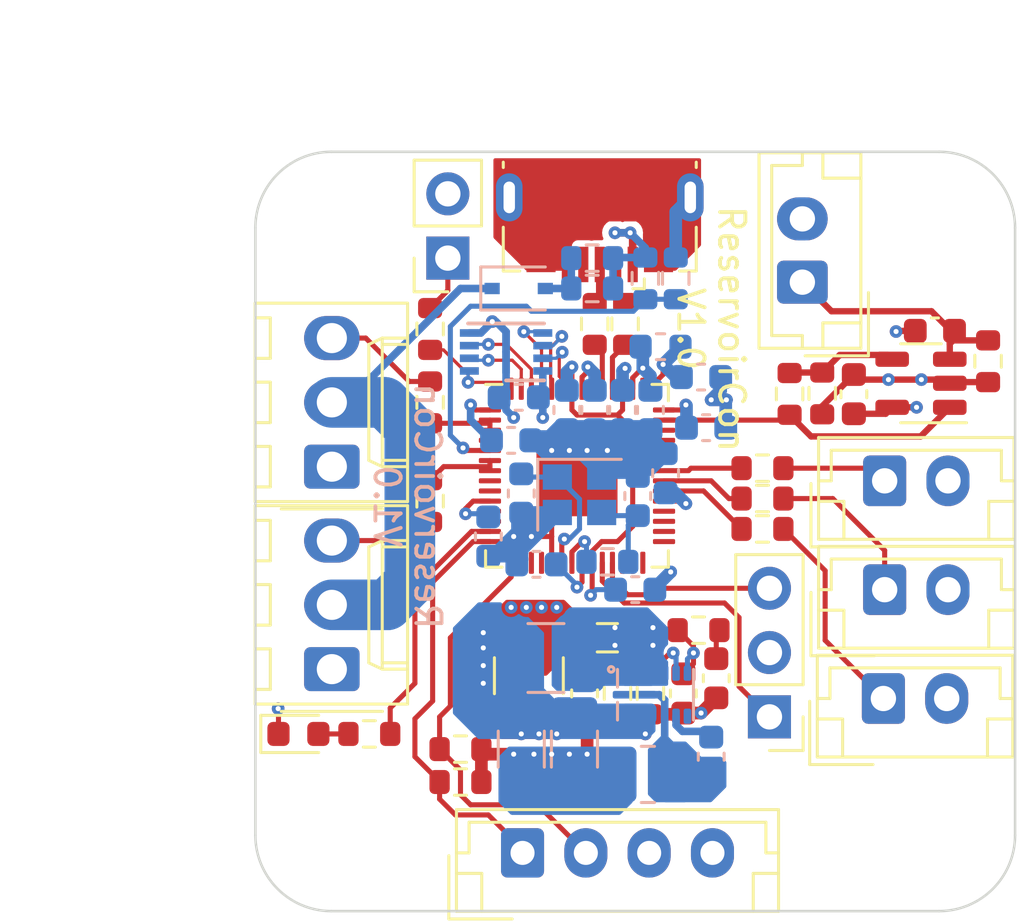
<source format=kicad_pcb>
(kicad_pcb (version 20211014) (generator pcbnew)
  (layers (0 "F.Cu" signal) (1 "In1.Cu" signal) (2 "In2.Cu" signal) (31 "B.Cu" signal) (34 "B.Paste" user) (35 "F.Paste" user) (36 "B.SilkS" user "B.Silkscreen") (37 "F.SilkS" user "F.Silkscreen") (38 "B.Mask" user) (39 "F.Mask" user) (44 "Edge.Cuts" user))
  (net 0 "")
  (net 1 "/XIN")
  (net 2 "GND")
  (net 3 "Net-(C2-Pad1)")
  (net 4 "+3V3")
  (net 5 "Net-(C4-Pad1)")
  (net 6 "+24V")
  (net 7 "Net-(C6-Pad1)")
  (net 8 "Net-(C7-Pad2)")
  (net 9 "+1V1")
  (net 10 "Net-(C12-Pad2)")
  (net 11 "Net-(C13-Pad1)")
  (net 12 "Net-(C13-Pad2)")
  (net 13 "Net-(C16-Pad2)")
  (net 14 "Net-(C18-Pad1)")
  (net 15 "Net-(D1-Pad2)")
  (net 16 "Net-(D2-Pad2)")
  (net 17 "VBUS")
  (net 18 "Net-(J1-Pad2)")
  (net 19 "Net-(J1-Pad3)")
  (net 21 "Net-(J2-Pad1)")
  (net 22 "Net-(J2-Pad3)")
  (net 23 "Net-(J3-Pad1)")
  (net 24 "Net-(J5-Pad3)")
  (net 25 "Net-(J6-Pad3)")
  (net 26 "Net-(J7-Pad1)")
  (net 27 "Net-(J8-Pad1)")
  (net 28 "/XOUT")
  (net 29 "Net-(R4-Pad2)")
  (net 30 "Net-(R5-Pad2)")
  (net 31 "/QSPI_CS")
  (net 32 "Net-(J4-Pad2)")
  (net 33 "Net-(J4-Pad1)")
  (net 34 "/UART1")
  (net 35 "/UART0")
  (net 36 "Net-(R12-Pad2)")
  (net 37 "/LeakSens")
  (net 38 "Net-(R14-Pad2)")
  (net 39 "/DIN1")
  (net 40 "/DIN2")
  (net 41 "/DIN3")
  (net 42 "/QSPI_D1")
  (net 43 "/QSPI_D2")
  (net 44 "/QSPI_D0")
  (net 45 "/QSPI_CLK")
  (net 46 "/QSPI_D3")
  (net 64 "Net-(R19-Pad2)")
  (net 67 "/LED")
  (footprint "Connector_JST:JST_EH_B2B-EH-A_1x02_P2.50mm_Vertical" (layer "F.Cu") (at 162.25 107)
    (fp_text reference "J7" hide)
    (fp_text value "Conn_01x02" hide)
  )
  (footprint "Resistor_SMD:R_0603_1608Metric" (layer "F.Cu") (at 166.33375 102.275 -90)
    (fp_text reference "R18" hide)
    (fp_text value "1M" hide)
  )
  (footprint "Resistor_SMD:R_0603_1608Metric" (layer "F.Cu") (at 145.5 118.9)
    (fp_text reference "R9" hide)
    (fp_text value "10k" hide)
  )
  (footprint "Resistor_SMD:R_0603_1608Metric" (layer "F.Cu") (at 151.7 115.4 90)
    (fp_text reference "R21" hide)
    (fp_text value "91k" hide)
  )
  (footprint "Package_DFN_QFN:QFN-56-1EP_7x7mm_P0.4mm_EP3.2x3.2mm" (layer "F.Cu") (at 150.1 106.8)
    (fp_text reference "U2" hide)
    (fp_text value "RP2040" hide)
  )
  (footprint "Connector_PinSocket_2.54mm:PinSocket_1x02_P2.54mm_Vertical" (layer "F.Cu") (at 145 98.2 180)
    (fp_text reference "J3" hide)
    (fp_text value "Conn_01x02" hide)
  )
  (footprint "Resistor_SMD:R_0603_1608Metric" (layer "F.Cu") (at 141.9 117 180)
    (fp_text reference "R7" hide)
    (fp_text value "470R" hide)
  )
  (footprint "MountingHole:MountingHole_3.2mm_M3_DIN965" (layer "F.Cu") (at 164.4 97)
    (fp_text reference "H2" hide)
    (fp_text value "MountingHole" hide)
  )
  (footprint "Connector_JST:JST_EH_B2B-EH-A_1x02_P2.50mm_Vertical" (layer "F.Cu") (at 159 99.15 90)
    (fp_text reference "J10" hide)
    (fp_text value "Conn_01x02" hide)
  )
  (footprint "MountingHole:MountingHole_3.2mm_M3_DIN965" (layer "F.Cu") (at 164.4 121)
    (fp_text reference "H1" hide)
    (fp_text value "MountingHole" hide)
  )
  (footprint "Connector_Molex:Molex_KK-254_AE-6410-03A_1x03_P2.54mm_Vertical" (layer "F.Cu") (at 140.42 114.44 90)
    (fp_text reference "J6" hide)
    (fp_text value "Conn_01x03" hide)
  )
  (footprint "Connector_JST:JST_EH_B4B-EH-A_1x04_P2.50mm_Vertical" (layer "F.Cu") (at 147.95 121.7)
    (fp_text reference "J4" hide)
    (fp_text value "Conn_01x04" hide)
  )
  (footprint "Capacitor_SMD:C_0603_1608Metric" (layer "F.Cu") (at 154.3 115.4 90)
    (fp_text reference "C16" hide)
    (fp_text value "DNP" hide)
  )
  (footprint "Resistor_SMD:R_0603_1608Metric" (layer "F.Cu") (at 153 115.4 -90)
    (fp_text reference "R22" hide)
    (fp_text value "30k" hide)
  )
  (footprint "Package_TO_SOT_SMD:SOT-23-5" (layer "F.Cu") (at 163.68375 103.145 180)
    (fp_text reference "U3" hide)
    (fp_text value "MCP6001R" hide)
  )
  (footprint "Capacitor_SMD:C_0603_1608Metric" (layer "F.Cu") (at 161.03375 103.575 -90)
    (fp_text reference "C24" hide)
    (fp_text value "100nF" hide)
  )
  (footprint "Capacitor_SMD:C_0603_1608Metric" (layer "F.Cu") (at 150.4 115.4 -90)
    (fp_text reference "C18" hide)
    (fp_text value "DNP" hide)
  )
  (footprint "Connector_Molex:Molex_KK-254_AE-6410-03A_1x03_P2.54mm_Vertical" (layer "F.Cu") (at 140.42 106.44 90)
    (fp_text reference "J5" hide)
    (fp_text value "Conn_01x03" hide)
  )
  (footprint "Connector_JST:JST_EH_B2B-EH-A_1x02_P2.50mm_Vertical" (layer "F.Cu") (at 162.25 111.3)
    (fp_text reference "J8" hide)
    (fp_text value "Conn_01x02" hide)
  )
  (footprint "Resistor_SMD:R_0603_1608Metric" (layer "F.Cu") (at 157.425 107.7)
    (fp_text reference "R16" hide)
    (fp_text value "1k" hide)
  )
  (footprint "Resistor_SMD:R_0603_1608Metric" (layer "F.Cu") (at 144.3 101 90)
    (fp_text reference "R6" hide)
    (fp_text value "1k" hide)
  )
  (footprint "MountingHole:MountingHole_3.2mm_M3_DIN965" (layer "F.Cu") (at 140.4 121)
    (fp_text reference "H3" hide)
    (fp_text value "MountingHole" hide)
  )
  (footprint "Resistor_SMD:R_0603_1608Metric" (layer "F.Cu") (at 158.49625 103.565 90)
    (fp_text reference "R14" hide)
    (fp_text value "10k" hide)
  )
  (footprint "LED_SMD:LED_0603_1608Metric" (layer "F.Cu") (at 139.1 117)
    (fp_text reference "D2" hide)
    (fp_text value "Green" hide)
  )
  (footprint "Inductor_SMD:L_0805_2012Metric" (layer "F.Cu") (at 151.3 113.2 180)
    (fp_text reference "L2" hide)
    (fp_text value "10µ" hide)
  )
  (footprint "Capacitor_SMD:C_0603_1608Metric" (layer "F.Cu") (at 155.6 114.8 90)
    (fp_text reference "C12" hide)
    (fp_text value "3.3n" hide)
  )
  (footprint "Resistor_SMD:R_0603_1608Metric" (layer "F.Cu") (at 157.425 106.5)
    (fp_text reference "R15" hide)
    (fp_text value "1k" hide)
  )
  (footprint "Resistor_SMD:R_0603_1608Metric" (layer "F.Cu") (at 144.3 107.8 90)
    (fp_text reference "R11" hide)
    (fp_text value "1k" hide)
  )
  (footprint "Resistor_SMD:R_0603_1608Metric" (layer "F.Cu") (at 159.78375 103.545 90)
    (fp_text reference "R17" hide)
    (fp_text value "1k" hide)
  )
  (footprint "Resistor_SMD:R_0603_1608Metric" (layer "F.Cu") (at 154.9 112.9)
    (fp_text reference "R20" hide)
    (fp_text value "27k" hide)
  )
  (footprint "Resistor_SMD:R_0603_1608Metric" (layer "F.Cu") (at 157.425 108.9)
    (fp_text reference "R19" hide)
    (fp_text value "1k" hide)
  )
  (footprint "Capacitor_SMD:C_0603_1608Metric" (layer "F.Cu") (at 164.23375 101.075 180)
    (fp_text reference "C6" hide)
    (fp_text value "100nF" hide)
  )
  (footprint "Connector_JST:JST_EH_B2B-EH-A_1x02_P2.50mm_Vertical" (layer "F.Cu") (at 162.2 115.6)
    (fp_text reference "J9" hide)
    (fp_text value "Conn_01x02" hide)
  )
  (footprint "Resistor_SMD:R_0603_1608Metric" (layer "F.Cu") (at 144.3 103.9 -90)
    (fp_text reference "R10" hide)
    (fp_text value "1k" hide)
  )
  (footprint "MountingHole:MountingHole_3.2mm_M3_DIN965" (layer "F.Cu") (at 140.4 97)
    (fp_text reference "H4" hide)
    (fp_text value "MountingHole" hide)
  )
  (footprint "Connector_USB:USB_Micro-B_GCT_USB3076-30-A" (layer "F.Cu") (at 151 97 180)
    (fp_text reference "J1" hide)
    (fp_text value "USB_B_Micro" hide)
  )
  (footprint "Capacitor_SMD:C_1210_3225Metric" (layer "F.Cu") (at 148.2 114.7 90)
    (fp_text reference "C5" hide)
    (fp_text value "10µ" hide)
  )
  (footprint "Resistor_SMD:R_0603_1608Metric" (layer "F.Cu") (at 150.8 100.8 -90)
    (fp_text reference "R4" hide)
    (fp_text value "27" hide)
  )
  (footprint "Resistor_SMD:R_0603_1608Metric" (layer "F.Cu") (at 152 100.8 -90)
    (fp_text reference "R5" hide)
    (fp_text value "27" hide)
  )
  (footprint "Connector_PinHeader_2.54mm:PinHeader_1x03_P2.54mm_Vertical" (layer "F.Cu") (at 157.7 116.325 180)
    (fp_text reference "J2" hide)
    (fp_text value "Conn_01x03" hide)
  )
  (footprint "Resistor_SMD:R_0603_1608Metric" (layer "F.Cu") (at 145.5 117.6)
    (fp_text reference "R8" hide)
    (fp_text value "10k" hide)
  )
  (footprint "Capacitor_SMD:C_0603_1608Metric" (layer "B.Cu") (at 152.4 111.3)
    (fp_text reference "C11" hide)
    (fp_text value "100nF" hide)
  )
  (footprint "Capacitor_SMD:C_1210_3225Metric" (layer "B.Cu") (at 148.875 114)
    (fp_text reference "C7" hide)
    (fp_text value "10µ" hide)
  )
  (footprint "Bergi:V-DFN3020-13" (layer "B.Cu") (at 153.2 115.45 -90)
    (fp_text reference "U4" hide)
    (fp_text value "AP63357Q" hide)
  )
  (footprint "Capacitor_SMD:C_0603_1608Metric" (layer "B.Cu") (at 147.9 107.5 -90)
    (fp_text reference "C1" hide)
    (fp_text value "12p" hide)
  )
  (footprint "Inductor_SMD:L_1008_2520Metric" (layer "B.Cu") (at 152.9 118.6 180)
    (fp_text reference "L3" hide)
    (fp_text value "4.7u" hide)
  )
  (footprint "Capacitor_SMD:C_1206_3216Metric" (layer "B.Cu") (at 150 117.6 -90)
    (fp_text reference "C23" hide)
    (fp_text value "22µ" hide)
  )
  (footprint "Crystal:Crystal_SMD_2520-4Pin_2.5x2.0mm" (layer "B.Cu") (at 150.2 107.55)
    (fp_text reference "Y1" hide)
    (fp_text value "12Mhz" hide)
  )
  (footprint "Capacitor_SMD:C_0603_1608Metric" (layer "B.Cu") (at 146.6 109.2 -90)
    (fp_text reference "C19" hide)
    (fp_text value "100nF" hide)
  )
  (footprint "Capacitor_SMD:C_0603_1608Metric" (layer "B.Cu") (at 147.5 105.4)
    (fp_text reference "C10" hide)
    (fp_text value "100nF" hide)
  )
  (footprint "Bergi:DFN-8-1EP_3x2mm_P0.5mm_EP0.3x1.6mm" (layer "B.Cu") (at 147.3 101.907559)
    (fp_text reference "U1" hide)
    (fp_text value "W25Q16JVUXIQ" hide)
  )
  (footprint "Capacitor_SMD:C_0603_1608Metric" (layer "B.Cu") (at 149.7 104.2 -90)
    (fp_text reference "C9" hide)
    (fp_text value "100nF" hide)
  )
  (footprint "Resistor_SMD:R_0603_1608Metric" (layer "B.Cu") (at 150.7 99.4)
    (fp_text reference "R1" hide)
    (fp_text value "20R" hide)
  )
  (footprint "Capacitor_SMD:C_0603_1608Metric" (layer "B.Cu") (at 151.9 104.2 -90)
    (fp_text reference "C15" hide)
    (fp_text value "1µF" hide)
  )
  (footprint "Capacitor_SMD:C_1206_3216Metric" (layer "B.Cu") (at 147.9 117.6 -90)
    (fp_text reference "C21" hide)
    (fp_text value "22µ" hide)
  )
  (footprint "Capacitor_SMD:C_0603_1608Metric" (layer "B.Cu") (at 155.2 104.9)
    (fp_text reference "C17" hide)
    (fp_text value "100nF" hide)
  )
  (footprint "Capacitor_SMD:C_0603_1608Metric" (layer "B.Cu") (at 148.5 110.3 180)
    (fp_text reference "C20" hide)
    (fp_text value "100nF" hide)
  )
  (footprint "Resistor_SMD:R_0603_1608Metric" (layer "B.Cu") (at 154 99 90)
    (fp_text reference "R13" hide)
    (fp_text value "10k" hide)
  )
  (footprint "Diode_SMD:D_SOD-323" (layer "B.Cu") (at 147.8 99.4)
    (fp_text reference "D1" hide)
    (fp_text value "BAT54W" hide)
  )
  (footprint "Capacitor_SMD:C_0603_1608Metric" (layer "B.Cu") (at 150.8 104.2 -90)
    (fp_text reference "C14" hide)
    (fp_text value "100nF" hide)
  )
  (footprint "Resistor_SMD:R_0603_1608Metric" (layer "B.Cu") (at 151.3 110.2)
    (fp_text reference "R3" hide)
    (fp_text value "1k" hide)
  )
  (footprint "Capacitor_SMD:C_0603_1608Metric" (layer "B.Cu") (at 153 104.2 -90)
    (fp_text reference "C22" hide)
    (fp_text value "1µF" hide)
  )
  (footprint "Capacitor_SMD:C_0603_1608Metric" (layer "B.Cu") (at 155 102.9)
    (fp_text reference "C4" hide)
    (fp_text value "1µF" hide)
  )
  (footprint "Capacitor_SMD:C_0603_1608Metric" (layer "B.Cu") (at 147.8 103.7 180)
    (fp_text reference "C3" hide)
    (fp_text value "100nF" hide)
  )
  (footprint "Capacitor_SMD:C_0603_1608Metric" (layer "B.Cu") (at 153.6 106.7 90)
    (fp_text reference "C8" hide)
    (fp_text value "100nF" hide)
  )
  (footprint "Capacitor_SMD:C_0603_1608Metric" (layer "B.Cu") (at 152.5 107.6 90)
    (fp_text reference "C2" hide)
    (fp_text value "12p" hide)
  )
  (footprint "Resistor_SMD:R_0603_1608Metric" (layer "B.Cu") (at 152.8 99 -90)
    (fp_text reference "R12" hide)
    (fp_text value "5.6k" hide)
  )
  (footprint "Capacitor_SMD:C_0603_1608Metric" (layer "B.Cu") (at 155.4 117.9 90)
    (fp_text reference "C13" hide)
    (fp_text value "100n" hide)
  )
  (footprint "Resistor_SMD:R_0603_1608Metric" (layer "B.Cu") (at 150.7 98.2)
    (fp_text reference "R2" hide)
    (fp_text value "20R" hide)
  )
  (footprint "Inductor_SMD:L_0603_1608Metric" (layer "B.Cu") (at 153.4 101.7 180)
    (fp_text reference "L1" hide)
    (fp_text value "600R" hide)
  )
  (gr_arc (start 164.4 94) (mid 166.52132 94.87868) (end 167.4 97) (layer "Edge.Cuts") (width 0.1))
  (gr_arc (start 167.4 121) (mid 166.52132 123.12132) (end 164.4 124) (layer "Edge.Cuts") (width 0.1))
  (gr_arc (start 137.4 97) (mid 138.27868 94.87868) (end 140.4 94) (layer "Edge.Cuts") (width 0.1))
  (gr_line (start 140.4 94) (end 164.4 94) (layer "Edge.Cuts") (width 0.1))
  (gr_arc (start 140.4 124) (mid 138.27868 123.12132) (end 137.4 121) (layer "Edge.Cuts") (width 0.1))
  (gr_line (start 137.4 121) (end 137.4 97) (layer "Edge.Cuts") (width 0.1))
  (gr_line (start 140.4 124) (end 164.4 124) (layer "Edge.Cuts") (width 0.1))
  (gr_line (start 167.4 121) (end 167.4 97) (layer "Edge.Cuts") (width 0.1))
  (gr_text "ReservoirCon\nV1.0" (at 143.4 108 -90) (layer "B.SilkS") (effects (font (size 1 1)) (justify mirror)))
  (gr_text "ReservoirCon\nV1.0" (at 155.4 101 270) (layer "F.SilkS") (effects (font (size 1 1))))
  (segment (start 149.5 109.4) (end 149.5 110.2375) (width 0.2) (layer "F.Cu") (net 1))
  (segment (start 149.6 109.3) (end 149.5 109.4) (width 0.2) (layer "F.Cu") (net 1))
  (via (at 149.6 109.3) (size 0.5) (drill 0.2) (layers "F.Cu" "B.Cu") (net 1))
  (segment (start 150.2 108.9) (end 150.2 107.725) (width 0.2) (layer "B.Cu") (net 1))
  (segment (start 148.025 106.85) (end 147.9 106.725) (width 0.2) (layer "B.Cu") (net 1))
  (segment (start 149.6 109.3) (end 149.8 109.3) (width 0.2) (layer "B.Cu") (net 1))
  (segment (start 149.325 106.85) (end 148.025 106.85) (width 0.2) (layer "B.Cu") (net 1))
  (segment (start 149.8 109.3) (end 150.2 108.9) (width 0.2) (layer "B.Cu") (net 1))
  (segment (start 150.2 107.725) (end 149.325 106.85) (width 0.2) (layer "B.Cu") (net 1))
  (segment (start 162.725 101.075) (end 163.45875 101.075) (width 0.25) (layer "F.Cu") (net 2))
  (segment (start 149.1 109.2) (end 149.1 107.8) (width 0.2) (layer "F.Cu") (net 2))
  (segment (start 161.03375 104.35) (end 162.29125 104.35) (width 0.25) (layer "F.Cu") (net 2))
  (segment (start 149.1 107.8) (end 150.1 106.8) (width 0.2) (layer "F.Cu") (net 2))
  (segment (start 162.54625 104.095) (end 163.50925 104.095) (width 0.25) (layer "F.Cu") (net 2))
  (segment (start 146.4 115.9) (end 146.675 116.175) (width 0.5) (layer "F.Cu") (net 2))
  (segment (start 152.8 116.425) (end 153 116.225) (width 0.5) (layer "F.Cu") (net 2))
  (segment (start 146.4 113) (end 146.4 115.9) (width 0.5) (layer "F.Cu") (net 2))
  (segment (start 149.1 109.2) (end 147.6 109.2) (width 0.2) (layer "F.Cu") (net 2))
  (segment (start 138.3125 117) (end 138.3125 116.0125) (width 0.2) (layer "F.Cu") (net 2))
  (segment (start 154.3 116.175) (end 155 116.175) (width 0.5) (layer "F.Cu") (net 2))
  (segment (start 153 116.225) (end 154.25 116.225) (width 0.5) (layer "F.Cu") (net 2))
  (segment (start 155 116.175) (end 155.6 115.575) (width 0.5) (layer "F.Cu") (net 2))
  (segment (start 146.675 116.175) (end 148.2 116.175) (width 0.5) (layer "F.Cu") (net 2))
  (segment (start 162.29125 104.35) (end 162.54625 104.095) (width 0.25) (layer "F.Cu") (net 2))
  (segment (start 152.8 117) (end 152.8 116.425) (width 0.5) (layer "F.Cu") (net 2))
  (segment (start 138.3125 116.0125) (end 138.3 116) (width 0.2) (layer "F.Cu") (net 2))
  (segment (start 154.25 116.225) (end 154.3 116.175) (width 0.5) (layer "F.Cu") (net 2))
  (segment (start 155.4 103.8) (end 156 103.8) (width 0.5) (layer "F.Cu") (net 2))
  (segment (start 162.7 101.1) (end 162.725 101.075) (width 0.25) (layer "F.Cu") (net 2))
  (segment (start 149.1 110.2375) (end 149.1 109.2) (width 0.2) (layer "F.Cu") (net 2))
  (via (at 151.3 105.8) (size 0.5) (drill 0.2) (layers "F.Cu" "B.Cu") (net 2))
  (via (at 147.6 109.2) (size 0.5) (drill 0.2) (layers "F.Cu" "B.Cu") (net 2))
  (via (at 149.8 105.8) (size 0.5) (drill 0.2) (layers "F.Cu" "B.Cu") (net 2))
  (via (at 156 103.8) (size 0.5) (drill 0.2) (layers "F.Cu" "B.Cu") (net 2))
  (via (at 162.7 101.1) (size 0.5) (drill 0.2) (layers "F.Cu" "B.Cu") (net 2))
  (via (at 155 116.175) (size 0.5) (drill 0.2) (layers "F.Cu" "B.Cu") (net 2))
  (via (at 148.3 109.2) (size 0.5) (drill 0.2) (layers "F.Cu" "B.Cu") (net 2))
  (via (at 153.8 110.6) (size 0.5) (drill 0.2) (layers "F.Cu" "B.Cu") (net 2))
  (via (at 152.8 117) (size 0.5) (drill 0.2) (layers "F.Cu" "B.Cu") (net 2))
  (via (at 149.3 117) (size 0.5) (drill 0.2) (layers "F.Cu" "B.Cu") (net 2))
  (via (at 146.4 115) (size 0.5) (drill 0.2) (layers "F.Cu" "B.Cu") (net 2))
  (via (at 149.1 105.8) (size 0.5) (drill 0.2) (layers "F.Cu" "B.Cu") (net 2))
  (via (at 155.4 103.8) (size 0.5) (drill 0.2) (layers "F.Cu" "B.Cu") (net 2))
  (via (at 163.50925 104.095) (size 0.5) (drill 0.2) (layers "F.Cu" "B.Cu") (net 2))
  (via (at 146.4 113.6) (size 0.5) (drill 0.2) (layers "F.Cu" "B.Cu") (net 2))
  (via (at 146.4 114.3) (size 0.5) (drill 0.2) (layers "F.Cu" "B.Cu") (net 2))
  (via (at 150.5 105.8) (size 0.5) (drill 0.2) (layers "F.Cu" "B.Cu") (net 2))
  (via (at 148.6 117) (size 0.5) (drill 0.2) (layers "F.Cu" "B.Cu") (net 2))
  (via (at 138.3 116) (size 0.5) (drill 0.2) (layers "F.Cu" "B.Cu") (net 2))
  (via (at 146.754709 100.707559) (size 0.5) (drill 0.2) (layers "F.Cu" "B.Cu") (net 2))
  (via (at 147.9 117) (size 0.5) (drill 0.2) (layers "F.Cu" "B.Cu") (net 2))
  (via (at 147.6 104.5) (size 0.5) (drill 0.2) (layers "F.Cu" "B.Cu") (net 2))
  (via (at 146.4 113) (size 0.5) (drill 0.2) (layers "F.Cu" "B.Cu") (net 2))
  (segment (start 153.8 110.6) (end 153.175 111.225) (width 0.5) (layer "B.Cu") (net 2))
  (segment (start 147.3 104.2) (end 147.3 101.907559) (width 0.3) (layer "B.Cu") (net 2))
  (segment (start 147.925 109.825) (end 147.925 110.1) (width 0.5) (layer "B.Cu") (net 2))
  (segment (start 147.925 109.575) (end 147.925 109.525) (width 0.5) (layer "B.Cu") (net 2))
  (segment (start 148.3 109.2) (end 147.925 109.575) (width 0.5) (layer "B.Cu") (net 2))
  (segment (start 155.975 103.825) (end 156 103.8) (width 0.5) (layer "B.Cu") (net 2))
  (segment (start 147.925 108.25) (end 147.925 108.825) (width 0.5) (layer "B.Cu") (net 2))
  (segment (start 155.775 103.425) (end 155.4 103.8) (width 0.5) (layer "B.Cu") (net 2))
  (segment (start 146.9 100.707559) (end 147.3 101.107559) (width 0.3) (layer "B.Cu") (net 2))
  (segment (start 152.5 106.825) (end 151.1 106.825) (width 0.2) (layer "B.Cu") (net 2))
  (segment (start 153.175 111.225) (end 153.175 111.3) (width 0.5) (layer "B.Cu") (net 2))
  (segment (start 146.6 109.975) (end 147.775 109.975) (width 0.5) (layer "B.Cu") (net 2))
  (segment (start 146.754709 100.707559) (end 146.9 100.707559) (width 0.3) (layer "B.Cu") (net 2))
  (segment (start 154 96.375) (end 154.575 95.8) (width 0.5) (layer "B.Cu") (net 2))
  (segment (start 147.925 108.25) (end 147.9 108.275) (width 0.2) (layer "B.Cu") (net 2))
  (segment (start 147.6 104.5) (end 147.3 104.2) (width 0.3) (layer "B.Cu") (net 2))
  (segment (start 154 98.175) (end 154 96.375) (width 0.5) (layer "B.Cu") (net 2))
  (segment (start 155.975 104.9) (end 155.975 103.825) (width 0.5) (layer "B.Cu") (net 2))
  (segment (start 147.3 101.107559) (end 147.3 101.907559) (width 0.3) (layer "B.Cu") (net 2))
  (segment (start 147.925 109.525) (end 147.6 109.2) (width 0.5) (layer "B.Cu") (net 2))
  (segment (start 147.925 110.1) (end 147.725 110.3) (width 0.5) (layer "B.Cu") (net 2))
  (segment (start 155.4 103.8) (end 156 103.8) (width 0.5) (layer "B.Cu") (net 2))
  (segment (start 146.304709 101.157559) (end 146.754709 100.707559) (width 0.3) (layer "B.Cu") (net 2))
  (segment (start 147.775 109.975) (end 147.925 109.825) (width 0.5) (layer "B.Cu") (net 2))
  (segment (start 147.925 109.575) (end 147.925 109.825) (width 0.5) (layer "B.Cu") (net 2))
  (segment (start 155.775 102.9) (end 155.775 103.425) (width 0.5) (layer "B.Cu") (net 2))
  (segment (start 149.325 108.25) (end 147.925 108.25) (width 0.5) (layer "B.Cu") (net 2))
  (segment (start 147.925 108.825) (end 148.3 109.2) (width 0.5) (layer "B.Cu") (net 2))
  (segment (start 145.85 101.157559) (end 146.304709 101.157559) (width 0.3) (layer "B.Cu") (net 2))
  (segment (start 151.1 106.825) (end 151.075 106.85) (width 0.2) (layer "B.Cu") (net 2))
  (segment (start 152.125 108.75) (end 152.5 108.375) (width 0.2) (layer "B.Cu") (net 3))
  (segment (start 152.5 108.375) (end 151.2 108.375) (width 0.2) (layer "B.Cu") (net 3))
  (segment (start 151.2 108.375) (end 151.075 108.25) (width 0.2) (layer "B.Cu") (net 3))
  (segment (start 152.125 110.2) (end 152.125 108.75) (width 0.2) (layer "B.Cu") (net 3))
  (segment (start 161.23375 103) (end 161.03375 102.8) (width 0.25) (layer "F.Cu") (net 4))
  (segment (start 152.3 102.929959) (end 152.3 103.3625) (width 0.2) (layer "F.Cu") (net 4))
  (segment (start 153.5375 107.8) (end 154.3 107.8) (width 0.2) (layer "F.Cu") (net 4))
  (segment (start 166.33375 103.1) (end 164.86625 103.1) (width 0.25) (layer "F.Cu") (net 4))
  (segment (start 150.3 102.9) (end 150.526503 102.673497) (width 0.2) (layer "F.Cu") (net 4))
  (segment (start 146.325 117.6) (end 146.325 118.9) (width 0.5) (layer "F.Cu") (net 4))
  (segment (start 163.7 103) (end 163.5 103) (width 0.25) (layer "F.Cu") (net 4))
  (segment (start 159.78375 104.05) (end 159.78375 104.37) (width 0.25) (layer "F.Cu") (net 4))
  (segment (start 145.7 108.1) (end 145.7 108.3) (width 0.2) (layer "F.Cu") (net 4))
  (segment (start 147.6 117.8) (end 146.525 117.8) (width 0.5) (layer "F.Cu") (net 4))
  (segment (start 150.526503 102.673497) (end 150.526503 102.5) (width 0.2) (layer "F.Cu") (net 4))
  (segment (start 164.67625 103) (end 163.7 103) (width 0.25) (layer "F.Cu") (net 4))
  (segment (start 145.8 108) (end 145.7 108.1) (width 0.2) (layer "F.Cu") (net 4))
  (segment (start 147.6 117.8) (end 150.5 117.8) (width 0.5) (layer "F.Cu") (net 4))
  (segment (start 163.5 103) (end 162.4 103) (width 0.25) (layer "F.Cu") (net 4))
  (segment (start 154.2 104.2) (end 154.4 104) (width 0.2) (layer "F.Cu") (net 4))
  (segment (start 146.1 104.2) (end 145.9 104) (width 0.2) (layer "F.Cu") (net 4))
  (segment (start 150.7 102.673497) (end 150.526503 102.5) (width 0.2) (layer "F.Cu") (net 4))
  (segment (start 150.7 103.3625) (end 150.7 102.673497) (width 0.2) (layer "F.Cu") (net 4))
  (segment (start 150.4 116.175) (end 151.65 116.175) (width 0.5) (layer "F.Cu") (net 4))
  (segment (start 151.65 116.175) (end 151.7 116.225) (width 0.5) (layer "F.Cu") (net 4))
  (segment (start 150.3 103.3625) (end 150.3 102.9) (width 0.2) (layer "F.Cu") (net 4))
  (segment (start 150.3 110.2375) (end 150.3 111) (width 0.2) (layer "F.Cu") (net 4))
  (segment (start 152.7 102.5485) (end 152.618541 102.629959) (width 0.2) (layer "F.Cu") (net 4))
  (segment (start 150.5 117.8) (end 150.5 116.275) (width 0.5) (layer "F.Cu") (net 4))
  (segment (start 146.525 117.8) (end 146.325 117.6) (width 0.5) (layer "F.Cu") (net 4))
  (segment (start 164.86625 103.1) (end 164.82125 103.145) (width 0.25) (layer "F.Cu") (net 4))
  (segment (start 150.5 116.275) (end 150.4 116.175) (width 0.5) (layer "F.Cu") (net 4))
  (segment (start 154.3 107.8) (end 154.4 107.9) (width 0.2) (layer "F.Cu") (net 4))
  (segment (start 164.82125 103.145) (end 164.67625 103) (width 0.25) (layer "F.Cu") (net 4))
  (segment (start 152.618541 102.629959) (end 152.6 102.629959) (width 0.2) (layer "F.Cu") (net 4))
  (segment (start 152.6 102.629959) (end 152.3 102.929959) (width 0.2) (layer "F.Cu") (net 4))
  (segment (start 153.5375 104.2) (end 154.2 104.2) (width 0.2) (layer "F.Cu") (net 4))
  (segment (start 146.6625 104.2) (end 146.1 104.2) (width 0.2) (layer "F.Cu") (net 4))
  (segment (start 146.6625 107.8) (end 146 107.8) (width 0.2) (layer "F.Cu") (net 4))
  (segment (start 146 107.8) (end 145.8 108) (width 0.2) (layer "F.Cu") (net 4))
  (segment (start 161.03375 102.8) (end 159.78375 104.05) (width 0.25) (layer "F.Cu") (net 4))
  (segment (start 162.4 103) (end 161.23375 103) (width 0.25) (layer "F.Cu") (net 4))
  (segment (start 150.3 111) (end 150.1 111.2) (width 0.2) (layer "F.Cu") (net 4))
  (via (at 147.6 117.8) (size 0.5) (drill 0.2) (layers "F.Cu" "B.Cu") (net 4))
  (via (at 150.5 117.8) (size 0.5) (drill 0.2) (layers "F.Cu" "B.Cu") (net 4))
  (via (at 163.7 103) (size 0.5) (drill 0.2) (layers "F.Cu" "B.Cu") (net 4))
  (via (at 148.4 117.8) (size 0.5) (drill 0.2) (layers "F.Cu" "B.Cu") (net 4))
  (via (at 162.4 103) (size 0.5) (drill 0.2) (layers "F.Cu" "B.Cu") (net 4))
  (via (at 149.1 117.8) (size 0.5) (drill 0.2) (layers "F.Cu" "B.Cu") (net 4))
  (via (at 154.4 104) (size 0.5) (drill 0.2) (layers "F.Cu" "B.Cu") (net 4))
  (via (at 145.9 104) (size 0.5) (drill 0.2) (layers "F.Cu" "B.Cu") (net 4))
  (via (at 145.7 108.3) (size 0.5) (drill 0.2) (layers "F.Cu" "B.Cu") (net 4))
  (via (at 149.8 117.8) (size 0.5) (drill 0.2) (layers "F.Cu" "B.Cu") (net 4))
  (via (at 150.526503 102.5) (size 0.5) (drill 0.2) (layers "F.Cu" "B.Cu") (net 4))
  (via (at 150.1 111.2) (size 0.5) (drill 0.2) (layers "F.Cu" "B.Cu") (net 4))
  (via (at 148.748418 104.5) (size 0.5) (drill 0.2) (layers "F.Cu" "B.Cu") (net 4))
  (via (at 154.4 107.9) (size 0.5) (drill 0.2) (layers "F.Cu" "B.Cu") (net 4))
  (via (at 152.7 102.5485) (size 0.5) (drill 0.2) (layers "F.Cu" "B.Cu") (net 4))
  (segment (start 145.7 108.3) (end 146.475 108.3) (width 0.2) (layer "B.Cu") (net 4))
  (segment (start 153.6 107.475) (end 153.975 107.475) (width 0.5) (layer "B.Cu") (net 4))
  (segment (start 145.9 104.6) (end 145.9 104) (width 0.3) (layer "B.Cu") (net 4))
  (segment (start 153.975 107.475) (end 154.4 107.9) (width 0.5) (layer "B.Cu") (net 4))
  (segment (start 146.475 108.3) (end 146.6 108.425) (width 0.2) (layer "B.Cu") (net 4))
  (segment (start 153 102.8485) (end 153 103.425) (width 0.5) (layer "B.Cu") (net 4))
  (segment (start 148.75 104.05) (end 148.75 104.498418) (width 0.3) (layer "B.Cu") (net 4))
  (segment (start 154.425 104.025) (end 154.4 104) (width 0.2) (layer "B.Cu") (net 4))
  (segment (start 150.526503 102.5) (end 150.8 102.773497) (width 0.5) (layer "B.Cu") (net 4))
  (segment (start 148.748418 104.5) (end 148.75 104.498418) (width 0.127) (layer "B.Cu") (net 4))
  (segment (start 152.7 102.5485) (end 153 102.8485) (width 0.5) (layer "B.Cu") (net 4))
  (segment (start 154.425 104.9) (end 154.425 104.025) (width 0.5) (layer "B.Cu") (net 4))
  (segment (start 148.75 104.498418) (end 148.75 103.657559) (width 0.127) (layer "B.Cu") (net 4))
  (segment (start 150.1 111.2) (end 150.1 111.125) (width 0.2) (layer "B.Cu") (net 4))
  (segment (start 152.7 102.5485) (end 152.7 101.7875) (width 0.5) (layer "B.Cu") (net 4))
  (segment (start 145.9 104.6) (end 146.7 105.4) (width 0.3) (layer "B.Cu") (net 4))
  (segment (start 150.1 111.125) (end 149.275 110.3) (width 0.2) (layer "B.Cu") (net 4))
  (segment (start 148.75 102.657559) (end 148.75 103.657559) (width 0.3) (layer "B.Cu") (net 4))
  (segment (start 150.8 102.773497) (end 150.8 103.425) (width 0.5) (layer "B.Cu") (net 4))
  (segment (start 152.7 101.7875) (end 152.6125 101.7) (width 0.5) (layer "B.Cu") (net 4))
  (segment (start 146.725 105.4) (end 146.7 105.4) (width 0.3) (layer "B.Cu") (net 4))
  (segment (start 152.9375 103.3625) (end 152.7 103.3625) (width 0.2) (layer "F.Cu") (net 5))
  (segment (start 153.5 102.4) (end 153.5 102.8) (width 0.2) (layer "F.Cu") (net 5))
  (segment (start 153.5 102.8) (end 152.9375 103.3625) (width 0.2) (layer "F.Cu") (net 5))
  (via (at 153.5 102.4) (size 0.5) (drill 0.2) (layers "F.Cu" "B.Cu") (net 5))
  (segment (start 154.1875 101.7125) (end 153.5 102.4) (width 0.5) (layer "B.Cu") (net 5))
  (segment (start 154 102.9) (end 153.5 102.4) (width 0.5) (layer "B.Cu") (net 5))
  (segment (start 154.1875 101.7) (end 154.1875 101.7125) (width 0.5) (layer "B.Cu") (net 5))
  (segment (start 154.225 102.9) (end 154 102.9) (width 0.5) (layer "B.Cu") (net 5))
  (via (at 148.1 112) (size 0.5) (drill 0.2) (layers "F.Cu" "B.Cu") (net 6))
  (via (at 148.7 112) (size 0.5) (drill 0.2) (layers "F.Cu" "B.Cu") (net 6))
  (via (at 147.5 112) (size 0.5) (drill 0.2) (layers "F.Cu" "B.Cu") (net 6))
  (via (at 149.3 112) (size 0.5) (drill 0.2) (layers "F.Cu" "B.Cu") (net 6))
  (segment (start 143.5 111) (end 142.6 111.9) (width 2) (layer "B.Cu") (net 6))
  (segment (start 140.42 103.9) (end 142.5 103.9) (width 2) (layer "B.Cu") (net 6))
  (segment (start 142.5 103.9) (end 143.5 104.9) (width 2) (layer "B.Cu") (net 6))
  (segment (start 141 103.9) (end 140.42 103.9) (width 0.3) (layer "B.Cu") (net 6))
  (segment (start 143.5 104.9) (end 143.5 111) (width 2) (layer "B.Cu") (net 6))
  (segment (start 145.5 99.4) (end 141 103.9) (width 0.3) (layer "B.Cu") (net 6))
  (segment (start 146.75 99.4) (end 145.5 99.4) (width 0.3) (layer "B.Cu") (net 6))
  (segment (start 142.6 111.9) (end 140.42 111.9) (width 2) (layer "B.Cu") (net 6))
  (segment (start 164.82125 101.5825) (end 164.82125 101.2625) (width 0.25) (layer "F.Cu") (net 7))
  (segment (start 164.875 101.075) (end 164.1 100.3) (width 0.25) (layer "F.Cu") (net 7))
  (segment (start 160.15 100.3) (end 159 99.15) (width 0.25) (layer "F.Cu") (net 7))
  (segment (start 164.82125 102.195) (end 164.82125 101.5825) (width 0.25) (layer "F.Cu") (net 7))
  (segment (start 164.95375 101.45) (end 164.82125 101.5825) (width 0.25) (layer "F.Cu") (net 7))
  (segment (start 166.33375 101.45) (end 164.95375 101.45) (width 0.25) (layer "F.Cu") (net 7))
  (segment (start 164.1 100.3) (end 160.15 100.3) (width 0.25) (layer "F.Cu") (net 7))
  (segment (start 165.00875 101.075) (end 164.875 101.075) (width 0.25) (layer "F.Cu") (net 7))
  (segment (start 164.82125 101.2625) (end 165.00875 101.075) (width 0.25) (layer "F.Cu") (net 7))
  (via (at 153.1 112.8) (size 0.5) (drill 0.2) (layers "F.Cu" "B.Cu") (net 8))
  (via (at 153.1 113.5) (size 0.5) (drill 0.2) (layers "F.Cu" "B.Cu") (net 8))
  (via (at 151.6 113.5) (size 0.5) (drill 0.2) (layers "F.Cu" "B.Cu") (net 8))
  (via (at 151.6 112.8) (size 0.5) (drill 0.2) (layers "F.Cu" "B.Cu") (net 8))
  (segment (start 152.3 108.8) (end 151.7 109.4) (width 0.2) (layer "F.Cu") (net 9))
  (segment (start 150.7 111.459554) (end 150.7 110.2375) (width 0.2) (layer "F.Cu") (net 9))
  (segment (start 151.7 109.4) (end 151.07458 109.4) (width 0.2) (layer "F.Cu") (net 9))
  (segment (start 151.9 102.655379) (end 152 102.555379) (width 0.2) (layer "F.Cu") (net 9))
  (segment (start 151.9 103.3625) (end 151.9 104.2) (width 0.2) (layer "F.Cu") (net 9))
  (segment (start 149.9 103.3625) (end 149.9 104.2) (width 0.2) (layer "F.Cu") (net 9))
  (segment (start 149.9 104.2) (end 150.1 104.4) (width 0.2) (layer "F.Cu") (net 9))
  (segment (start 151.7 104.4) (end 152.3 105) (width 0.2) (layer "F.Cu") (net 9))
  (segment (start 151.07458 109.4) (end 150.7 109.77458) (width 0.2) (layer "F.Cu") (net 9))
  (segment (start 151.9 103.3625) (end 151.9 102.655379) (width 0.2) (layer "F.Cu") (net 9))
  (segment (start 150.637221 111.522333) (end 150.7 111.459554) (width 0.2) (layer "F.Cu") (net 9))
  (segment (start 151.9 104.2) (end 151.7 104.4) (width 0.2) (layer "F.Cu") (net 9))
  (segment (start 150.7 109.77458) (end 150.7 110.2375) (width 0.2) (layer "F.Cu") (net 9))
  (segment (start 149.9 103.3625) (end 149.9 102.5) (width 0.2) (layer "F.Cu") (net 9))
  (segment (start 150.1 104.4) (end 151.7 104.4) (width 0.2) (layer "F.Cu") (net 9))
  (segment (start 152.3 105) (end 152.3 108.8) (width 0.2) (layer "F.Cu") (net 9))
  (via (at 149.9 102.5) (size 0.5) (drill 0.2) (layers "F.Cu" "B.Cu") (net 9))
  (via (at 152 102.555379) (size 0.5) (drill 0.2) (layers "F.Cu" "B.Cu") (net 9))
  (via (at 150.637221 111.522333) (size 0.5) (drill 0.2) (layers "F.Cu" "B.Cu") (net 9))
  (segment (start 149.7 102.7) (end 149.7 103.425) (width 0.5) (layer "B.Cu") (net 9))
  (segment (start 150.637221 111.522333) (end 150.859554 111.3) (width 0.2) (layer "B.Cu") (net 9))
  (segment (start 149.9 102.5) (end 149.7 102.7) (width 0.5) (layer "B.Cu") (net 9))
  (segment (start 151.9 102.655379) (end 151.9 103.425) (width 0.5) (layer "B.Cu") (net 9))
  (segment (start 152 102.555379) (end 151.9 102.655379) (width 0.5) (layer "B.Cu") (net 9))
  (segment (start 150.859554 111.3) (end 151.625 111.3) (width 0.2) (layer "B.Cu") (net 9))
  (segment (start 155.6 114.025) (end 155.6 113.025) (width 0.2) (layer "F.Cu") (net 10))
  (segment (start 155.6 113.025) (end 155.725 112.9) (width 0.2) (layer "F.Cu") (net 10))
  (segment (start 153.5625 115.6625) (end 153.5625 116.3) (width 0.3) (layer "B.Cu") (net 11))
  (segment (start 152.375 115.45) (end 153.35 115.45) (width 0.3) (layer "B.Cu") (net 11))
  (segment (start 155.4 118.675) (end 154.05 118.675) (width 0.3) (layer "B.Cu") (net 11))
  (segment (start 154.05 118.675) (end 153.975 118.6) (width 0.3) (layer "B.Cu") (net 11))
  (segment (start 153.5625 118.1875) (end 153.975 118.6) (width 0.3) (layer "B.Cu") (net 11))
  (segment (start 153.5625 116.3) (end 153.5625 118.1875) (width 0.3) (layer "B.Cu") (net 11))
  (segment (start 153.35 115.45) (end 153.5625 115.6625) (width 0.3) (layer "B.Cu") (net 11))
  (segment (start 155.175 116.9) (end 155.4 117.125) (width 0.3) (layer "B.Cu") (net 12))
  (segment (start 154.264697 116.9) (end 155.175 116.9) (width 0.3) (layer "B.Cu") (net 12))
  (segment (start 154.0125 116.3) (end 154.0125 116.647803) (width 0.3) (layer "B.Cu") (net 12))
  (segment (start 154.0125 116.647803) (end 154.264697 116.9) (width 0.3) (layer "B.Cu") (net 12))
  (segment (start 154.7 113.525) (end 154.7 114.225) (width 0.2) (layer "F.Cu") (net 13))
  (segment (start 154.075 112.9) (end 154.7 113.525) (width 0.2) (layer "F.Cu") (net 13))
  (segment (start 154.7 114.225) (end 154.3 114.625) (width 0.2) (layer "F.Cu") (net 13))
  (via (at 154.7 113.8) (size 0.5) (drill 0.2) (layers "F.Cu" "B.Cu") (net 13))
  (segment (start 154.4625 114.0375) (end 154.4625 114.6) (width 0.2) (layer "B.Cu") (net 13))
  (segment (start 154.7 113.8) (end 154.4625 114.0375) (width 0.2) (layer "B.Cu") (net 13))
  (segment (start 150.45 114.575) (end 150.4 114.625) (width 0.2) (layer "F.Cu") (net 14))
  (segment (start 151.7 114.575) (end 150.45 114.575) (width 0.2) (layer "F.Cu") (net 14))
  (segment (start 153 114.575) (end 151.7 114.575) (width 0.2) (layer "F.Cu") (net 14))
  (segment (start 153.775 113.8) (end 153 114.575) (width 0.2) (layer "F.Cu") (net 14))
  (segment (start 153.9 113.8) (end 153.775 113.8) (width 0.2) (layer "F.Cu") (net 14))
  (via (at 153.9 113.8) (size 0.5) (drill 0.2) (layers "F.Cu" "B.Cu") (net 14))
  (segment (start 154.0125 114.6) (end 154.0125 113.9125) (width 0.2) (layer "B.Cu") (net 14))
  (segment (start 154.0125 113.9125) (end 153.9 113.8) (width 0.2) (layer "B.Cu") (net 14))
  (segment (start 149.875 99.4) (end 149.875 98.2) (width 0.3) (layer "B.Cu") (net 15))
  (segment (start 148.85 99.4) (end 149.875 99.4) (width 0.3) (layer "B.Cu") (net 15))
  (segment (start 141.075 117) (end 139.8875 117) (width 0.2) (layer "F.Cu") (net 16))
  (segment (start 152.3 98.45) (end 152.3 97.3) (width 0.3) (layer "F.Cu") (net 17))
  (segment (start 152.3 97.3) (end 152.2 97.2) (width 0.3) (layer "F.Cu") (net 17))
  (segment (start 152.2 97.2) (end 151.6 97.2) (width 0.3) (layer "F.Cu") (net 17))
  (via (at 152.2 97.2) (size 0.5) (drill 0.2) (layers "F.Cu" "B.Cu") (net 17))
  (via (at 151.6 97.2) (size 0.5) (drill 0.2) (layers "F.Cu" "B.Cu") (net 17))
  (segment (start 151.55 98.175) (end 151.525 98.2) (width 0.3) (layer "B.Cu") (net 17))
  (segment (start 151.6 97.2) (end 152.2 97.2) (width 0.3) (layer "B.Cu") (net 17))
  (segment (start 152.8 97.8) (end 152.2 97.2) (width 0.3) (layer "B.Cu") (net 17))
  (segment (start 151.525 99.4) (end 151.525 98.2) (width 0.3) (layer "B.Cu") (net 17))
  (segment (start 152.8 98.175) (end 152.8 97.8) (width 0.3) (layer "B.Cu") (net 17))
  (segment (start 152.8 98.175) (end 151.55 98.175) (width 0.3) (layer "B.Cu") (net 17))
  (segment (start 151.65 99.625) (end 152 99.975) (width 0.3) (layer "F.Cu") (net 18))
  (segment (start 151.65 98.45) (end 151.65 99.625) (width 0.3) (layer "F.Cu") (net 18))
  (segment (start 151 98.45) (end 151 99.775) (width 0.3) (layer "F.Cu") (net 19))
  (segment (start 151 99.775) (end 150.8 99.975) (width 0.3) (layer "F.Cu") (net 19))
  (segment (start 156.5 115.125) (end 157.7 116.325) (width 0.2) (layer "F.Cu") (net 21))
  (segment (start 151.1 110.2375) (end 151.1 110.962448) (width 0.2) (layer "F.Cu") (net 21))
  (segment (start 156.5 112.4) (end 156.5 115.125) (width 0.2) (layer "F.Cu") (net 21))
  (segment (start 151.1 110.962448) (end 151.964552 111.827) (width 0.2) (layer "F.Cu") (net 21))
  (segment (start 151.964552 111.827) (end 155.927 111.827) (width 0.2) (layer "F.Cu") (net 21))
  (segment (start 155.927 111.827) (end 156.5 112.4) (width 0.2) (layer "F.Cu") (net 21))
  (segment (start 153.555 111.245) (end 157.7 111.245) (width 0.2) (layer "F.Cu") (net 22))
  (segment (start 151.5 110.2375) (end 151.5 110.9) (width 0.2) (layer "F.Cu") (net 22))
  (segment (start 153.3 111.5) (end 153.555 111.245) (width 0.2) (layer "F.Cu") (net 22))
  (segment (start 152.1 111.5) (end 153.3 111.5) (width 0.2) (layer "F.Cu") (net 22))
  (segment (start 151.5 110.9) (end 152.1 111.5) (width 0.2) (layer "F.Cu") (net 22))
  (segment (start 144.3 100.175) (end 145 99.475) (width 0.2) (layer "F.Cu") (net 23))
  (segment (start 145 99.475) (end 145 98.2) (width 0.2) (layer "F.Cu") (net 23))
  (segment (start 141.76 101.36) (end 140.42 101.36) (width 0.2) (layer "F.Cu") (net 24))
  (segment (start 144.3 103.075) (end 143.475 103.075) (width 0.2) (layer "F.Cu") (net 24))
  (segment (start 143.475 103.075) (end 141.76 101.36) (width 0.2) (layer "F.Cu") (net 24))
  (segment (start 143.4 109.4) (end 143.36 109.36) (width 0.2) (layer "F.Cu") (net 25))
  (segment (start 143.36 109.36) (end 140.42 109.36) (width 0.2) (layer "F.Cu") (net 25))
  (segment (start 144.3 108.625) (end 144.175 108.625) (width 0.2) (layer "F.Cu") (net 25))
  (segment (start 144.175 108.625) (end 143.4 109.4) (width 0.2) (layer "F.Cu") (net 25))
  (segment (start 158.25 106.5) (end 161.75 106.5) (width 0.2) (layer "F.Cu") (net 26))
  (segment (start 161.75 106.5) (end 162.25 107) (width 0.2) (layer "F.Cu") (net 26))
  (segment (start 162.25 109.75) (end 160.2 107.7) (width 0.2) (layer "F.Cu") (net 27))
  (segment (start 162.25 111.3) (end 162.25 109.75) (width 0.2) (layer "F.Cu") (net 27))
  (segment (start 160.2 107.7) (end 158.25 107.7) (width 0.2) (layer "F.Cu") (net 27))
  (segment (start 150.308263 109.4) (end 149.9 109.808263) (width 0.2) (layer "F.Cu") (net 28))
  (segment (start 149.9 109.808263) (end 149.9 110.2375) (width 0.2) (layer "F.Cu") (net 28))
  (segment (start 150.4 109.4) (end 150.308263 109.4) (width 0.2) (layer "F.Cu") (net 28))
  (via (at 150.4 109.4) (size 0.5) (drill 0.2) (layers "F.Cu" "B.Cu") (net 28))
  (segment (start 150.475 109.475) (end 150.475 110.2) (width 0.2) (layer "B.Cu") (net 28))
  (segment (start 150.4 109.4) (end 150.475 109.475) (width 0.2) (layer "B.Cu") (net 28))
  (segment (start 151.1 101.925) (end 150.8 101.625) (width 0.2) (layer "F.Cu") (net 29))
  (segment (start 151.1 103.3625) (end 151.1 101.925) (width 0.2) (layer "F.Cu") (net 29))
  (segment (start 151.5 102.125) (end 152 101.625) (width 0.2) (layer "F.Cu") (net 30))
  (segment (start 151.5 103.3625) (end 151.5 102.125) (width 0.2) (layer "F.Cu") (net 30))
  (segment (start 147.3625 103.107559) (end 145.8 103.107559) (width 0.127) (layer "F.Cu") (net 31))
  (segment (start 145.8 103.107559) (end 145.8 102.8) (width 0.127) (layer "F.Cu") (net 31))
  (segment (start 145.8 102.8) (end 144.825 101.825) (width 0.127) (layer "F.Cu") (net 31))
  (segment (start 144.825 101.825) (end 144.3 101.825) (width 0.127) (layer "F.Cu") (net 31))
  (via (at 145.8 103.107559) (size 0.5) (drill 0.2) (layers "F.Cu" "B.Cu") (net 31))
  (segment (start 145.8 103.107559) (end 145.8 102.707559) (width 0.127) (layer "B.Cu") (net 31))
  (segment (start 145.8 102.707559) (end 145.85 102.657559) (width 0.127) (layer "B.Cu") (net 31))
  (segment (start 144.675 116.325) (end 144.675 117.6) (width 0.2) (layer "F.Cu") (net 32))
  (segment (start 145.5 119.4) (end 145.5 118.425) (width 0.2) (layer "F.Cu") (net 32))
  (segment (start 145.1 113.2) (end 145.1 115.9) (width 0.2) (layer "F.Cu") (net 32))
  (segment (start 145.9 119.8) (end 145.5 119.4) (width 0.2) (layer "F.Cu") (net 32))
  (segment (start 147.5 110.8) (end 145.1 113.2) (width 0.2) (layer "F.Cu") (net 32))
  (segment (start 150.45 121.7) (end 148.55 119.8) (width 0.2) (layer "F.Cu") (net 32))
  (segment (start 147.5 110.2375) (end 147.5 110.8) (width 0.2) (layer "F.Cu") (net 32))
  (segment (start 145.5 118.425) (end 144.675 117.6) (width 0.2) (layer "F.Cu") (net 32))
  (segment (start 145.1 115.9) (end 144.675 116.325) (width 0.2) (layer "F.Cu") (net 32))
  (segment (start 148.55 119.8) (end 145.9 119.8) (width 0.2) (layer "F.Cu") (net 32))
  (segment (start 143.7 117.9) (end 143.7 116.4) (width 0.2) (layer "F.Cu") (net 33))
  (segment (start 146 109.4) (end 146.6625 109.4) (width 0.2) (layer "F.Cu") (net 33))
  (segment (start 145.3 120.2) (end 144.675 119.575) (width 0.2) (layer "F.Cu") (net 33))
  (segment (start 144.675 118.875) (end 143.7 117.9) (width 0.2) (layer "F.Cu") (net 33))
  (segment (start 143.7 116.4) (end 144.4 115.7) (width 0.2) (layer "F.Cu") (net 33))
  (segment (start 147.95 121.7) (end 147.95 121.55) (width 0.2) (layer "F.Cu") (net 33))
  (segment (start 144.675 119.575) (end 144.675 118.9) (width 0.2) (layer "F.Cu") (net 33))
  (segment (start 144.4 111) (end 146 109.4) (width 0.2) (layer "F.Cu") (net 33))
  (segment (start 147.95 121.55) (end 146.6 120.2) (width 0.2) (layer "F.Cu") (net 33))
  (segment (start 144.675 118.9) (end 144.675 118.875) (width 0.2) (layer "F.Cu") (net 33))
  (segment (start 144.4 115.7) (end 144.4 111) (width 0.2) (layer "F.Cu") (net 33))
  (segment (start 146.6 120.2) (end 145.3 120.2) (width 0.2) (layer "F.Cu") (net 33))
  (segment (start 146.6625 105) (end 146.6625 104.7625) (width 0.2) (layer "F.Cu") (net 34))
  (segment (start 144.3 104.725) (end 146.625 104.725) (width 0.2) (layer "F.Cu") (net 34))
  (segment (start 146.625 104.725) (end 146.6625 104.7625) (width 0.2) (layer "F.Cu") (net 34))
  (segment (start 146.6625 104.7625) (end 146.6625 104.6) (width 0.2) (layer "F.Cu") (net 34))
  (segment (start 146.6625 106.4375) (end 144.8375 106.4375) (width 0.2) (layer "F.Cu") (net 35))
  (segment (start 146.6625 106.2) (end 146.6625 106.4375) (width 0.2) (layer "F.Cu") (net 35))
  (segment (start 144.8375 106.4375) (end 144.3 106.975) (width 0.2) (layer "F.Cu") (net 35))
  (segment (start 146.6625 106.4375) (end 146.6625 106.6) (width 0.2) (layer "F.Cu") (net 35))
  (segment (start 145.7 105.8) (end 145.6 105.7) (width 0.2) (layer "F.Cu") (net 36))
  (segment (start 146.6625 105.8) (end 145.7 105.8) (width 0.2) (layer "F.Cu") (net 36))
  (via (at 145.6 105.7) (size 0.5) (drill 0.2) (layers "F.Cu" "B.Cu") (net 36))
  (segment (start 154 99.825) (end 152.8 99.825) (width 0.2) (layer "B.Cu") (net 36))
  (segment (start 145.1 100.9) (end 145.1 105.2) (width 0.2) (layer "B.Cu") (net 36))
  (segment (start 148.3 100.3) (end 148.1 100.1) (width 0.2) (layer "B.Cu") (net 36))
  (segment (start 152.325 100.3) (end 148.3 100.3) (width 0.2) (layer "B.Cu") (net 36))
  (segment (start 145.1 105.2) (end 145.6 105.7) (width 0.2) (layer "B.Cu") (net 36))
  (segment (start 145.9 100.1) (end 145.1 100.9) (width 0.2) (layer "B.Cu") (net 36))
  (segment (start 148.1 100.1) (end 145.9 100.1) (width 0.2) (layer "B.Cu") (net 36))
  (segment (start 152.8 99.825) (end 152.325 100.3) (width 0.2) (layer "B.Cu") (net 36))
  (segment (start 159.345 105.245) (end 158.49625 104.39625) (width 0.25) (layer "F.Cu") (net 37))
  (segment (start 158.28625 104.6) (end 158.49625 104.39) (width 0.2) (layer "F.Cu") (net 37))
  (segment (start 163.67125 105.245) (end 159.345 105.245) (width 0.25) (layer "F.Cu") (net 37))
  (segment (start 158.49625 104.39625) (end 158.49625 104.39) (width 0.25) (layer "F.Cu") (net 37))
  (segment (start 164.82125 104.095) (end 163.67125 105.245) (width 0.25) (layer "F.Cu") (net 37))
  (segment (start 153.5375 104.6) (end 158.28625 104.6) (width 0.2) (layer "F.Cu") (net 37))
  (segment (start 158.51625 102.72) (end 158.49625 102.74) (width 0.25) (layer "F.Cu") (net 38))
  (segment (start 159.78375 102.72) (end 158.51625 102.72) (width 0.25) (layer "F.Cu") (net 38))
  (segment (start 160.47875 102.025) (end 159.78375 102.72) (width 0.25) (layer "F.Cu") (net 38))
  (segment (start 162.37625 102.025) (end 160.47875 102.025) (width 0.25) (layer "F.Cu") (net 38))
  (segment (start 162.54625 102.195) (end 162.37625 102.025) (width 0.25) (layer "F.Cu") (net 38))
  (segment (start 153.5375 106.6) (end 154.5 106.6) (width 0.2) (layer "F.Cu") (net 39))
  (segment (start 154.6 106.5) (end 156.6 106.5) (width 0.2) (layer "F.Cu") (net 39))
  (segment (start 154.5 106.6) (end 154.6 106.5) (width 0.2) (layer "F.Cu") (net 39))
  (segment (start 153.5375 107) (end 155.4 107) (width 0.2) (layer "F.Cu") (net 40))
  (segment (start 156.1 107.7) (end 156.6 107.7) (width 0.2) (layer "F.Cu") (net 40))
  (segment (start 155.4 107) (end 156.1 107.7) (width 0.2) (layer "F.Cu") (net 40))
  (segment (start 153.5375 107.4) (end 155.1 107.4) (width 0.2) (layer "F.Cu") (net 41))
  (segment (start 155.1 107.4) (end 156.6 108.9) (width 0.2) (layer "F.Cu") (net 41))
  (segment (start 147.9 102.970059) (end 147.9 102.592441) (width 0.127) (layer "F.Cu") (net 42))
  (segment (start 147.541621 102.234062) (end 146.6 102.234062) (width 0.127) (layer "F.Cu") (net 42))
  (segment (start 147.9 102.592441) (end 147.541621 102.234062) (width 0.127) (layer "F.Cu") (net 42))
  (via (at 146.6 102.234062) (size 0.5) (drill 0.2) (layers "F.Cu" "B.Cu") (net 42))
  (segment (start 146.6 102.234062) (end 145.926503 102.234062) (width 0.127) (layer "B.Cu") (net 42))
  (segment (start 145.926503 102.234062) (end 145.85 102.157559) (width 0.127) (layer "B.Cu") (net 42))
  (segment (start 147.315118 101.607559) (end 146.6 101.607559) (width 0.127) (layer "F.Cu") (net 43))
  (segment (start 148.3 102.592441) (end 147.315118 101.607559) (width 0.127) (layer "F.Cu") (net 43))
  (segment (start 148.3 102.970059) (end 148.3 102.592441) (width 0.127) (layer "F.Cu") (net 43))
  (via (at 146.6 101.607559) (size 0.5) (drill 0.2) (layers "F.Cu" "B.Cu") (net 43))
  (segment (start 146.6 101.607559) (end 145.9 101.607559) (width 0.127) (layer "B.Cu") (net 43))
  (segment (start 145.9 101.607559) (end 145.85 101.657559) (width 0.127) (layer "B.Cu") (net 43))
  (segment (start 148.7 102.970059) (end 148.7 101.807559) (width 0.127) (layer "F.Cu") (net 44))
  (segment (start 148.7 101.807559) (end 148 101.107559) (width 0.127) (layer "F.Cu") (net 44))
  (via (at 148 101.107559) (size 0.5) (drill 0.2) (layers "F.Cu" "B.Cu") (net 44))
  (segment (start 148 101.107559) (end 148.7 101.107559) (width 0.127) (layer "B.Cu") (net 44))
  (segment (start 148.7 101.107559) (end 148.75 101.157559) (width 0.127) (layer "B.Cu") (net 44))
  (segment (start 149.501502 101.291619) (end 149.0595 101.733621) (width 0.127) (layer "F.Cu") (net 45))
  (segment (start 149.0595 102.929559) (end 149.1 102.970059) (width 0.127) (layer "F.Cu") (net 45))
  (segment (start 149.0595 101.733621) (end 149.0595 102.929559) (width 0.127) (layer "F.Cu") (net 45))
  (via (at 149.501502 101.291619) (size 0.5) (drill 0.2) (layers "F.Cu" "B.Cu") (net 45))
  (segment (start 149.3155 101.477621) (end 149.3155 101.498059) (width 0.127) (layer "B.Cu") (net 45))
  (segment (start 149.501502 101.291619) (end 149.3155 101.477621) (width 0.127) (layer "B.Cu") (net 45))
  (segment (start 149.3155 101.498059) (end 149.156 101.657559) (width 0.127) (layer "B.Cu") (net 45))
  (segment (start 149.156 101.657559) (end 148.75 101.657559) (width 0.127) (layer "B.Cu") (net 45))
  (segment (start 149.5 102.970059) (end 149.4 102.870059) (width 0.127) (layer "F.Cu") (net 46))
  (segment (start 149.4 102.035814) (end 149.517907 101.917907) (width 0.127) (layer "F.Cu") (net 46))
  (segment (start 149.4 102.870059) (end 149.4 102.035814) (width 0.127) (layer "F.Cu") (net 46))
  (via (at 149.517907 101.917907) (size 0.5) (drill 0.2) (layers "F.Cu" "B.Cu") (net 46))
  (segment (start 149.517907 101.917907) (end 149.278255 102.157559) (width 0.127) (layer "B.Cu") (net 46))
  (segment (start 149.278255 102.157559) (end 148.75 102.157559) (width 0.127) (layer "B.Cu") (net 46))
  (segment (start 159.9 113.3) (end 162.2 115.6) (width 0.2) (layer "F.Cu") (net 64))
  (segment (start 158.25 108.9) (end 159.9 110.55) (width 0.2) (layer "F.Cu") (net 64))
  (segment (start 159.9 110.55) (end 159.9 113.3) (width 0.2) (layer "F.Cu") (net 64))
  (segment (start 145.937552 109) (end 146.6625 109) (width 0.2) (layer "F.Cu") (net 67))
  (segment (start 143.7 111.237552) (end 145.937552 109) (width 0.2) (layer "F.Cu") (net 67))
  (segment (start 143.7 115) (end 143.7 111.237552) (width 0.2) (layer "F.Cu") (net 67))
  (segment (start 142.725 115.975) (end 143.7 115) (width 0.2) (layer "F.Cu") (net 67))
  (segment (start 142.725 117) (end 142.725 115.975) (width 0.2) (layer "F.Cu") (net 67))
  (zone (net 6) (net_name "+24V") (layer "F.Cu") (connect_pads yes (clearance 0.127)) (min_thickness 0.127) (fill yes (thermal_gap 0.508) (thermal_bridge_width 0.508))
    (polygon (pts (xy 150.6 112.7) (xy 150.6 113) (xy 148.9 114.7) (xy 147.6 114.7) (xy 146.8 113.9) (xy 146.8 112.2) (xy 147.3 111.7) (xy 149.6 111.7)))
  )
  (zone (net 2) (net_name "GND") (layer "F.Cu") (connect_pads yes (clearance 0.254)) (min_thickness 0.127) (fill yes (thermal_gap 0.508) (thermal_bridge_width 0.508))
    (polygon (pts (xy 155 97.7) (xy 154 98.7) (xy 148.1 98.7) (xy 146.8 97.4) (xy 146.8 94) (xy 155 94)))
  )
  (zone (net 2) (net_name "GND") (layer "F.Cu") (connect_pads yes (clearance 0.254)) (min_thickness 0.127) (fill yes (thermal_gap 0.508) (thermal_bridge_width 0.508))
    (polygon (pts (xy 149.4 117.1) (xy 149.3 117.2) (xy 147.1 117.2) (xy 146.2 116.3) (xy 146.2 115.7) (xy 149.4 115.7)))
  )
  (zone (net 8) (net_name "Net-(C7-Pad2)") (layer "F.Cu") (connect_pads yes (clearance 0.127)) (min_thickness 0.127) (fill yes (thermal_gap 0.508) (thermal_bridge_width 0.508))
    (polygon (pts (xy 153.3 112.8) (xy 153.3 113.5) (xy 153.1 113.7) (xy 151.6 113.7) (xy 151.4 113.5) (xy 151.4 112.8) (xy 151.6 112.6) (xy 153.1 112.6)))
  )
  (zone (net 2) (net_name "GND") (layer "B.Cu") (connect_pads yes (clearance 0.127)) (min_thickness 0.127) (fill yes (thermal_gap 0.508) (thermal_bridge_width 0.508))
    (polygon (pts (xy 148.1 109.9) (xy 148.1 110.2) (xy 146.8 110.2) (xy 146.8 109.6) (xy 147.5 108.9) (xy 147.5 108.4) (xy 149.6 108.4)))
  )
  (zone (net 2) (net_name "GND") (layer "B.Cu") (connect_pads yes (clearance 0.127)) (min_thickness 0.127) (fill yes (thermal_gap 0.508) (thermal_bridge_width 0.508))
    (polygon (pts (xy 148.8 113) (xy 148.8 115.2) (xy 149 115.4) (xy 149.4 115.8) (xy 152.9 115.8) (xy 153.2 116.1) (xy 153.2 116.9) (xy 152.9 117.2) (xy 146.2 117.2) (xy 145.2 116.2) (xy 145.2 112.8) (xy 146.2 111.8) (xy 147.6 111.8)))
  )
  (zone (net 2) (net_name "GND") (layer "B.Cu") (connect_pads yes (clearance 0.127)) (min_thickness 0.127) (fill yes (thermal_gap 0.508) (thermal_bridge_width 0.508))
    (polygon (pts (xy 153.4 105.3) (xy 153.7 105.6) (xy 153.7 106.2) (xy 153.1 106.8) (xy 150.8 106.8) (xy 150.1 106.1) (xy 148.7 106.1) (xy 148.4 105.8) (xy 148.4 105) (xy 148.9 105) (xy 149.3 104.6) (xy 153.3 104.6)))
  )
  (zone (net 4) (net_name "+3V3") (layer "B.Cu") (connect_pads yes (clearance 0.127)) (min_thickness 0.127) (fill yes (thermal_gap 0.508) (thermal_bridge_width 0.508))
    (polygon (pts (xy 152.3 117.7) (xy 152.3 119.7) (xy 151.8 120.2) (xy 147.5 120.2) (xy 147.3 120) (xy 147 119.7) (xy 147 117.9) (xy 147.4 117.5) (xy 152.1 117.5)))
  )
  (zone (net 11) (net_name "Net-(C13-Pad1)") (layer "B.Cu") (connect_pads yes (clearance 0.127)) (min_thickness 0.127) (fill yes (thermal_gap 0.508) (thermal_bridge_width 0.508))
    (polygon (pts (xy 153.9 117.3) (xy 154.4 117.3) (xy 155 117.9) (xy 155.8 117.9) (xy 156 118.1) (xy 156 119.1) (xy 155.4 119.7) (xy 153.2 119.7) (xy 152.9 119.4) (xy 152.9 117.6) (xy 153.5 117) (xy 153.6 117)))
  )
  (zone (net 8) (net_name "Net-(C7-Pad2)") (layer "B.Cu") (connect_pads yes (clearance 0.127)) (min_thickness 0.127) (fill yes (thermal_gap 0.508) (thermal_bridge_width 0.508))
    (polygon (pts (xy 153.7 112.8) (xy 153.7 115.1) (xy 151.2 115.1) (xy 151 115.3) (xy 149.3 115.3) (xy 149.1 115.1) (xy 149.1 112.7) (xy 149.8 112) (xy 152.9 112)))
  )
)
</source>
